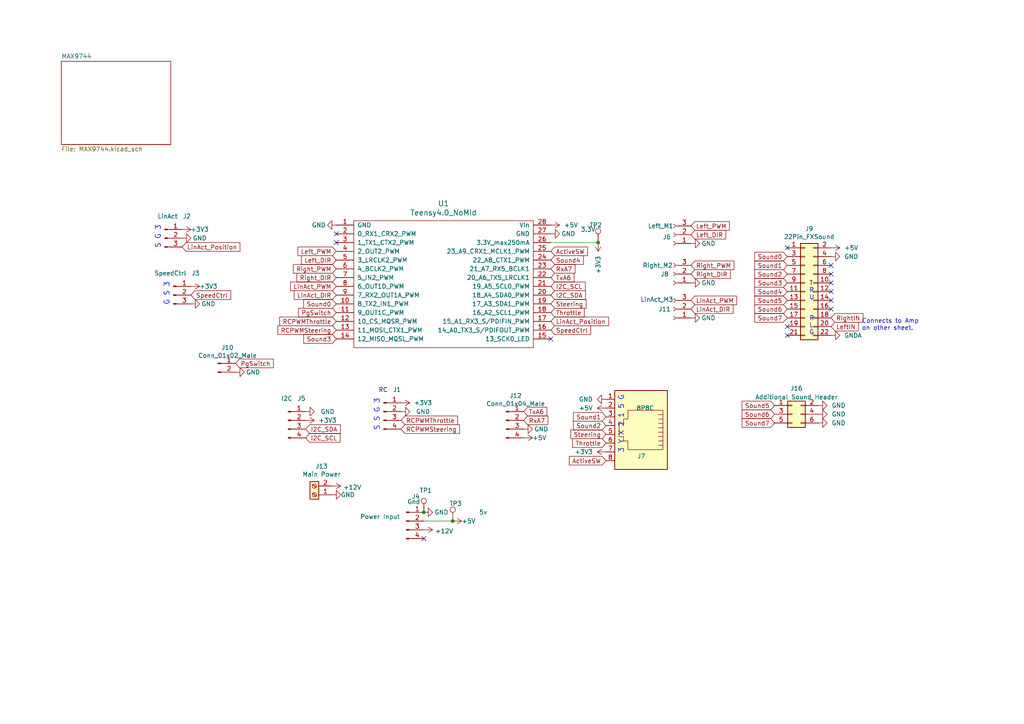
<source format=kicad_sch>
(kicad_sch (version 20211123) (generator eeschema)
  (paper "A4")
  (lib_symbols
    (symbol "Connector:8P8C" (pin_names (offset 1.016))
      (property "Reference" "J" (at -5.08 13.97 0))
      (property "Value" "8P8C" (at 2.54 13.97 0))
      (symbol "8P8C_0_1"
        (polyline (pts (xy -5.08 4.445) (xy -6.35 4.445)))
        (polyline (pts (xy -5.08 5.715) (xy -6.35 5.715)))
        (polyline (pts (xy -6.35 -3.175) (xy -5.08 -3.175) (xy -5.08 -3.175)))
        (polyline (pts (xy -6.35 -1.905) (xy -5.08 -1.905) (xy -5.08 -1.905)))
        (polyline (pts (xy -6.35 -0.635) (xy -5.08 -0.635) (xy -5.08 -0.635)))
        (polyline (pts (xy -6.35 0.635) (xy -5.08 0.635) (xy -5.08 0.635)))
        (polyline (pts (xy -6.35 1.905) (xy -5.08 1.905) (xy -5.08 1.905)))
        (polyline (pts (xy -5.08 3.175) (xy -6.35 3.175) (xy -6.35 3.175)))
        (polyline (pts (xy -6.35 -4.445) (xy -6.35 6.985) (xy 3.81 6.985) (xy 3.81 4.445) (xy 5.08 4.445) (xy 5.08 3.175) (xy 6.35 3.175) (xy 6.35 -0.635) (xy 5.08 -0.635) (xy 5.08 -1.905) (xy 3.81 -1.905) (xy 3.81 -4.445) (xy -6.35 -4.445) (xy -6.35 -4.445)))
        (rectangle (start 7.62 12.7) (end -7.62 -10.16) (stroke (width 0.254)) (fill (type background)))
      )
      (symbol "8P8C_1_1"
        (pin passive line (at 10.16 -7.62 180) (length 2.54) (name "~") (number "1"))
        (pin passive line (at 10.16 -5.08 180) (length 2.54) (name "~") (number "2"))
        (pin passive line (at 10.16 -2.54 180) (length 2.54) (name "~") (number "3"))
        (pin passive line (at 10.16 0 180) (length 2.54) (name "~") (number "4"))
        (pin passive line (at 10.16 2.54 180) (length 2.54) (name "~") (number "5"))
        (pin passive line (at 10.16 5.08 180) (length 2.54) (name "~") (number "6"))
        (pin passive line (at 10.16 7.62 180) (length 2.54) (name "~") (number "7"))
        (pin passive line (at 10.16 10.16 180) (length 2.54) (name "~") (number "8"))
      )
    )
    (symbol "Connector:Conn_01x02_Male" (pin_names (offset 1.016) hide)
      (property "Reference" "J" (at 0 2.54 0))
      (property "Value" "Conn_01x02_Male" (at 0 -5.08 0))
      (symbol "Conn_01x02_Male_1_1"
        (polyline (pts (xy 1.27 -2.54) (xy 0.8636 -2.54)) (stroke (width 0.1524)))
        (polyline (pts (xy 1.27 0) (xy 0.8636 0)) (stroke (width 0.1524)))
        (rectangle (start 0.8636 -2.413) (end 0 -2.667) (stroke (width 0.1524)) (fill (type outline)))
        (rectangle (start 0.8636 0.127) (end 0 -0.127) (stroke (width 0.1524)) (fill (type outline)))
        (pin passive line (at 5.08 0 180) (length 3.81) (name "Pin_1") (number "1"))
        (pin passive line (at 5.08 -2.54 180) (length 3.81) (name "Pin_2") (number "2"))
      )
    )
    (symbol "Connector:Conn_01x03_Female" (pin_names (offset 1.016) hide)
      (property "Reference" "J" (at 0 5.08 0))
      (property "Value" "Conn_01x03_Female" (at 0 -5.08 0))
      (symbol "Conn_01x03_Female_1_1"
        (arc (start 0 -2.032) (mid -0.508 -2.54) (end 0 -3.048) (stroke (width 0.1524)))
        (polyline (pts (xy -1.27 -2.54) (xy -0.508 -2.54)) (stroke (width 0.1524)))
        (polyline (pts (xy -1.27 0) (xy -0.508 0)) (stroke (width 0.1524)))
        (polyline (pts (xy -1.27 2.54) (xy -0.508 2.54)) (stroke (width 0.1524)))
        (arc (start 0 0.508) (mid -0.508 0) (end 0 -0.508) (stroke (width 0.1524)))
        (arc (start 0 3.048) (mid -0.508 2.54) (end 0 2.032) (stroke (width 0.1524)))
        (pin passive line (at -5.08 2.54 0) (length 3.81) (name "Pin_1") (number "1"))
        (pin passive line (at -5.08 0 0) (length 3.81) (name "Pin_2") (number "2"))
        (pin passive line (at -5.08 -2.54 0) (length 3.81) (name "Pin_3") (number "3"))
      )
    )
    (symbol "Connector:Conn_01x03_Male" (pin_names (offset 1.016) hide)
      (property "Reference" "J" (at 0 5.08 0))
      (property "Value" "Conn_01x03_Male" (at 0 -5.08 0))
      (symbol "Conn_01x03_Male_1_1"
        (polyline (pts (xy 1.27 -2.54) (xy 0.8636 -2.54)) (stroke (width 0.1524)))
        (polyline (pts (xy 1.27 0) (xy 0.8636 0)) (stroke (width 0.1524)))
        (polyline (pts (xy 1.27 2.54) (xy 0.8636 2.54)) (stroke (width 0.1524)))
        (rectangle (start 0.8636 -2.413) (end 0 -2.667) (stroke (width 0.1524)) (fill (type outline)))
        (rectangle (start 0.8636 0.127) (end 0 -0.127) (stroke (width 0.1524)) (fill (type outline)))
        (rectangle (start 0.8636 2.667) (end 0 2.413) (stroke (width 0.1524)) (fill (type outline)))
        (pin passive line (at 5.08 2.54 180) (length 3.81) (name "Pin_1") (number "1"))
        (pin passive line (at 5.08 0 180) (length 3.81) (name "Pin_2") (number "2"))
        (pin passive line (at 5.08 -2.54 180) (length 3.81) (name "Pin_3") (number "3"))
      )
    )
    (symbol "Connector:Conn_01x04_Male" (pin_names (offset 1.016) hide)
      (property "Reference" "J" (at 0 5.08 0))
      (property "Value" "Conn_01x04_Male" (at 0 -7.62 0))
      (symbol "Conn_01x04_Male_1_1"
        (polyline (pts (xy 1.27 -5.08) (xy 0.8636 -5.08)) (stroke (width 0.1524)))
        (polyline (pts (xy 1.27 -2.54) (xy 0.8636 -2.54)) (stroke (width 0.1524)))
        (polyline (pts (xy 1.27 0) (xy 0.8636 0)) (stroke (width 0.1524)))
        (polyline (pts (xy 1.27 2.54) (xy 0.8636 2.54)) (stroke (width 0.1524)))
        (rectangle (start 0.8636 -4.953) (end 0 -5.207) (stroke (width 0.1524)) (fill (type outline)))
        (rectangle (start 0.8636 -2.413) (end 0 -2.667) (stroke (width 0.1524)) (fill (type outline)))
        (rectangle (start 0.8636 0.127) (end 0 -0.127) (stroke (width 0.1524)) (fill (type outline)))
        (rectangle (start 0.8636 2.667) (end 0 2.413) (stroke (width 0.1524)) (fill (type outline)))
        (pin passive line (at 5.08 2.54 180) (length 3.81) (name "Pin_1") (number "1"))
        (pin passive line (at 5.08 0 180) (length 3.81) (name "Pin_2") (number "2"))
        (pin passive line (at 5.08 -2.54 180) (length 3.81) (name "Pin_3") (number "3"))
        (pin passive line (at 5.08 -5.08 180) (length 3.81) (name "Pin_4") (number "4"))
      )
    )
    (symbol "Connector:Screw_Terminal_01x02" (pin_names (offset 1.016) hide)
      (property "Reference" "J" (at 0 2.54 0))
      (property "Value" "Screw_Terminal_01x02" (at 0 -5.08 0))
      (symbol "Screw_Terminal_01x02_1_1"
        (rectangle (start -1.27 1.27) (end 1.27 -3.81) (stroke (width 0.254)) (fill (type background)))
        (circle (center 0 -2.54) (radius 0.635) (stroke (width 0.1524)))
        (polyline (pts (xy -0.5334 -2.2098) (xy 0.3302 -3.048)) (stroke (width 0.1524)))
        (polyline (pts (xy -0.5334 0.3302) (xy 0.3302 -0.508)) (stroke (width 0.1524)))
        (polyline (pts (xy -0.3556 -2.032) (xy 0.508 -2.8702)) (stroke (width 0.1524)))
        (polyline (pts (xy -0.3556 0.508) (xy 0.508 -0.3302)) (stroke (width 0.1524)))
        (circle (center 0 0) (radius 0.635) (stroke (width 0.1524)))
        (pin passive line (at -5.08 0 0) (length 3.81) (name "Pin_1") (number "1"))
        (pin passive line (at -5.08 -2.54 0) (length 3.81) (name "Pin_2") (number "2"))
      )
    )
    (symbol "Connector:TestPoint" (pin_numbers hide) (pin_names (offset 0.762) hide)
      (property "Reference" "TP" (at 0 6.858 0))
      (property "Value" "TestPoint" (at 0 5.08 0))
      (symbol "TestPoint_0_1"
        (circle (center 0 3.302) (radius 0.762))
      )
      (symbol "TestPoint_1_1"
        (pin passive line (at 0 0 90) (length 2.54) (name "1") (number "1"))
      )
    )
    (symbol "Connector_Generic:Conn_02x03_Odd_Even" (pin_names (offset 1.016) hide)
      (property "Reference" "J" (at 1.27 5.08 0))
      (property "Value" "Conn_02x03_Odd_Even" (at 1.27 -5.08 0))
      (symbol "Conn_02x03_Odd_Even_1_1"
        (rectangle (start -1.27 -2.413) (end 0 -2.667) (stroke (width 0.1524)))
        (rectangle (start -1.27 0.127) (end 0 -0.127) (stroke (width 0.1524)))
        (rectangle (start -1.27 2.667) (end 0 2.413) (stroke (width 0.1524)))
        (rectangle (start -1.27 3.81) (end 3.81 -3.81) (stroke (width 0.254)) (fill (type background)))
        (rectangle (start 3.81 -2.413) (end 2.54 -2.667) (stroke (width 0.1524)))
        (rectangle (start 3.81 0.127) (end 2.54 -0.127) (stroke (width 0.1524)))
        (rectangle (start 3.81 2.667) (end 2.54 2.413) (stroke (width 0.1524)))
        (pin passive line (at -5.08 2.54 0) (length 3.81) (name "Pin_1") (number "1"))
        (pin passive line (at 7.62 2.54 180) (length 3.81) (name "Pin_2") (number "2"))
        (pin passive line (at -5.08 0 0) (length 3.81) (name "Pin_3") (number "3"))
        (pin passive line (at 7.62 0 180) (length 3.81) (name "Pin_4") (number "4"))
        (pin passive line (at -5.08 -2.54 0) (length 3.81) (name "Pin_5") (number "5"))
        (pin passive line (at 7.62 -2.54 180) (length 3.81) (name "Pin_6") (number "6"))
      )
    )
    (symbol "Connector_Generic:Conn_02x11_Odd_Even" (pin_names (offset 1.016) hide)
      (property "Reference" "J" (at 1.27 15.24 0))
      (property "Value" "Conn_02x11_Odd_Even" (at 1.27 -15.24 0))
      (symbol "Conn_02x11_Odd_Even_1_1"
        (rectangle (start -1.27 -12.573) (end 0 -12.827) (stroke (width 0.1524)))
        (rectangle (start -1.27 -10.033) (end 0 -10.287) (stroke (width 0.1524)))
        (rectangle (start -1.27 -7.493) (end 0 -7.747) (stroke (width 0.1524)))
        (rectangle (start -1.27 -4.953) (end 0 -5.207) (stroke (width 0.1524)))
        (rectangle (start -1.27 -2.413) (end 0 -2.667) (stroke (width 0.1524)))
        (rectangle (start -1.27 0.127) (end 0 -0.127) (stroke (width 0.1524)))
        (rectangle (start -1.27 2.667) (end 0 2.413) (stroke (width 0.1524)))
        (rectangle (start -1.27 5.207) (end 0 4.953) (stroke (width 0.1524)))
        (rectangle (start -1.27 7.747) (end 0 7.493) (stroke (width 0.1524)))
        (rectangle (start -1.27 10.287) (end 0 10.033) (stroke (width 0.1524)))
        (rectangle (start -1.27 12.827) (end 0 12.573) (stroke (width 0.1524)))
        (rectangle (start -1.27 13.97) (end 3.81 -13.97) (stroke (width 0.254)) (fill (type background)))
        (rectangle (start 3.81 -12.573) (end 2.54 -12.827) (stroke (width 0.1524)))
        (rectangle (start 3.81 -10.033) (end 2.54 -10.287) (stroke (width 0.1524)))
        (rectangle (start 3.81 -7.493) (end 2.54 -7.747) (stroke (width 0.1524)))
        (rectangle (start 3.81 -4.953) (end 2.54 -5.207) (stroke (width 0.1524)))
        (rectangle (start 3.81 -2.413) (end 2.54 -2.667) (stroke (width 0.1524)))
        (rectangle (start 3.81 0.127) (end 2.54 -0.127) (stroke (width 0.1524)))
        (rectangle (start 3.81 2.667) (end 2.54 2.413) (stroke (width 0.1524)))
        (rectangle (start 3.81 5.207) (end 2.54 4.953) (stroke (width 0.1524)))
        (rectangle (start 3.81 7.747) (end 2.54 7.493) (stroke (width 0.1524)))
        (rectangle (start 3.81 10.287) (end 2.54 10.033) (stroke (width 0.1524)))
        (rectangle (start 3.81 12.827) (end 2.54 12.573) (stroke (width 0.1524)))
        (pin passive line (at -5.08 12.7 0) (length 3.81) (name "Pin_1") (number "1"))
        (pin passive line (at 7.62 2.54 180) (length 3.81) (name "Pin_10") (number "10"))
        (pin passive line (at -5.08 0 0) (length 3.81) (name "Pin_11") (number "11"))
        (pin passive line (at 7.62 0 180) (length 3.81) (name "Pin_12") (number "12"))
        (pin passive line (at -5.08 -2.54 0) (length 3.81) (name "Pin_13") (number "13"))
        (pin passive line (at 7.62 -2.54 180) (length 3.81) (name "Pin_14") (number "14"))
        (pin passive line (at -5.08 -5.08 0) (length 3.81) (name "Pin_15") (number "15"))
        (pin passive line (at 7.62 -5.08 180) (length 3.81) (name "Pin_16") (number "16"))
        (pin passive line (at -5.08 -7.62 0) (length 3.81) (name "Pin_17") (number "17"))
        (pin passive line (at 7.62 -7.62 180) (length 3.81) (name "Pin_18") (number "18"))
        (pin passive line (at -5.08 -10.16 0) (length 3.81) (name "Pin_19") (number "19"))
        (pin passive line (at 7.62 12.7 180) (length 3.81) (name "Pin_2") (number "2"))
        (pin passive line (at 7.62 -10.16 180) (length 3.81) (name "Pin_20") (number "20"))
        (pin passive line (at -5.08 -12.7 0) (length 3.81) (name "Pin_21") (number "21"))
        (pin passive line (at 7.62 -12.7 180) (length 3.81) (name "Pin_22") (number "22"))
        (pin passive line (at -5.08 10.16 0) (length 3.81) (name "Pin_3") (number "3"))
        (pin passive line (at 7.62 10.16 180) (length 3.81) (name "Pin_4") (number "4"))
        (pin passive line (at -5.08 7.62 0) (length 3.81) (name "Pin_5") (number "5"))
        (pin passive line (at 7.62 7.62 180) (length 3.81) (name "Pin_6") (number "6"))
        (pin passive line (at -5.08 5.08 0) (length 3.81) (name "Pin_7") (number "7"))
        (pin passive line (at 7.62 5.08 180) (length 3.81) (name "Pin_8") (number "8"))
        (pin passive line (at -5.08 2.54 0) (length 3.81) (name "Pin_9") (number "9"))
      )
    )
    (symbol "ControlBoardT4_22PinSound_PowerAmp-rescue:+3.3V-power" (power) (pin_names (offset 0))
      (property "Value" "+3.3V-power" (at 0 3.556 0))
      (symbol "+3.3V-power_0_1"
        (polyline (pts (xy -0.762 1.27) (xy 0 2.54)))
        (polyline (pts (xy 0 0) (xy 0 2.54)))
        (polyline (pts (xy 0 2.54) (xy 0.762 1.27)))
      )
      (symbol "+3.3V-power_1_1"
        (pin power_in line (at 0 0 90) (length 0) hide (name "+3V3") (number "1"))
      )
    )
    (symbol "UsefulModifications:Teensy4.0_NoMid" (pin_names (offset 1.016))
      (property "Reference" "U" (at -1.27 20.32 0))
      (property "Value" "Teensy4.0_NoMid" (at 0 -21.59 0))
      (symbol "Teensy4.0_NoMid_0_1"
        (rectangle (start -25.4 17.78) (end 26.67 -19.05))
      )
      (symbol "Teensy4.0_NoMid_1_1"
        (pin power_in line (at -30.48 16.51 0) (length 5.08) (name "GND") (number "1"))
        (pin bidirectional line (at -30.48 -6.35 0) (length 5.08) (name "8_TX2_IN1_PWM") (number "10"))
        (pin bidirectional line (at -30.48 -8.89 0) (length 5.08) (name "9_OUT1C_PWM") (number "11"))
        (pin bidirectional line (at -30.48 -11.43 0) (length 5.08) (name "10_CS_MQSR_PWM") (number "12"))
        (pin bidirectional line (at -30.48 -13.97 0) (length 5.08) (name "11_MOSI_CTX1_PWM") (number "13"))
        (pin bidirectional line (at -30.48 -16.51 0) (length 5.08) (name "12_MISO_MQSL_PWM") (number "14"))
        (pin bidirectional line (at 31.75 -16.51 180) (length 5.08) (name "13_SCK0_LED") (number "15"))
        (pin bidirectional line (at 31.75 -13.97 180) (length 5.08) (name "14_A0_TX3_S/PDIFOUT_PWM") (number "16"))
        (pin bidirectional line (at 31.75 -11.43 180) (length 5.08) (name "15_A1_RX3_S/PDIFIN_PWM") (number "17"))
        (pin bidirectional line (at 31.75 -8.89 180) (length 5.08) (name "16_A2_SCL1_PWM") (number "18"))
        (pin bidirectional line (at 31.75 -6.35 180) (length 5.08) (name "17_A3_SDA1_PWM") (number "19"))
        (pin bidirectional line (at -30.48 13.97 0) (length 5.08) (name "0_RX1_CRX2_PWM") (number "2"))
        (pin bidirectional line (at 31.75 -3.81 180) (length 5.08) (name "18_A4_SDA0_PWM") (number "20"))
        (pin bidirectional line (at 31.75 -1.27 180) (length 5.08) (name "19_A5_SCL0_PWM") (number "21"))
        (pin bidirectional line (at 31.75 1.27 180) (length 5.08) (name "20_A6_TX5_LRCLK1") (number "22"))
        (pin bidirectional line (at 31.75 3.81 180) (length 5.08) (name "21_A7_RX5_BCLK1") (number "23"))
        (pin bidirectional line (at 31.75 6.35 180) (length 5.08) (name "22_A8_CTX1_PWM") (number "24"))
        (pin bidirectional line (at 31.75 8.89 180) (length 5.08) (name "23_A9_CRX1_MCLK1_PWM") (number "25"))
        (pin power_out line (at 31.75 11.43 180) (length 5.08) (name "3.3V_max250mA") (number "26"))
        (pin power_out line (at 31.75 13.97 180) (length 5.08) (name "GND") (number "27"))
        (pin power_in line (at 31.75 16.51 180) (length 5.08) (name "Vin") (number "28"))
        (pin bidirectional line (at -30.48 11.43 0) (length 5.08) (name "1_TX1_CTX2_PWM") (number "3"))
        (pin bidirectional line (at -30.48 8.89 0) (length 5.08) (name "2_OUT2_PWM") (number "4"))
        (pin bidirectional line (at -30.48 6.35 0) (length 5.08) (name "3_LRCLK2_PWM") (number "5"))
        (pin bidirectional line (at -30.48 3.81 0) (length 5.08) (name "4_BCLK2_PWM") (number "6"))
        (pin bidirectional line (at -30.48 1.27 0) (length 5.08) (name "5_IN2_PWM") (number "7"))
        (pin bidirectional line (at -30.48 -1.27 0) (length 5.08) (name "6_OUT1D_PWM") (number "8"))
        (pin bidirectional line (at -30.48 -3.81 0) (length 5.08) (name "7_RX2_OUT1A_PWM") (number "9"))
      )
    )
    (symbol "power:+12V" (power) (pin_names (offset 0))
      (property "Value" "+12V" (at 0 3.556 0))
      (symbol "+12V_0_1"
        (polyline (pts (xy -0.762 1.27) (xy 0 2.54)))
        (polyline (pts (xy 0 0) (xy 0 2.54)))
        (polyline (pts (xy 0 2.54) (xy 0.762 1.27)))
      )
      (symbol "+12V_1_1"
        (pin power_in line (at 0 0 90) (length 0) hide (name "+12V") (number "1"))
      )
    )
    (symbol "power:+5V" (power) (pin_names (offset 0))
      (property "Value" "+5V" (at 0 3.556 0))
      (symbol "+5V_0_1"
        (polyline (pts (xy -0.762 1.27) (xy 0 2.54)))
        (polyline (pts (xy 0 0) (xy 0 2.54)))
        (polyline (pts (xy 0 2.54) (xy 0.762 1.27)))
      )
      (symbol "+5V_1_1"
        (pin power_in line (at 0 0 90) (length 0) hide (name "+5V") (number "1"))
      )
    )
    (symbol "power:GND" (power) (pin_names (offset 0))
      (property "Value" "GND" (at 0 -3.81 0))
      (symbol "GND_0_1"
        (polyline (pts (xy 0 0) (xy 0 -1.27) (xy 1.27 -1.27) (xy 0 -2.54) (xy -1.27 -1.27) (xy 0 -1.27)))
      )
      (symbol "GND_1_1"
        (pin power_in line (at 0 0 270) (length 0) hide (name "GND") (number "1"))
      )
    )
    (symbol "power:GNDA" (power) (pin_names (offset 0))
      (property "Value" "GNDA" (at 0 -3.81 0))
      (symbol "GNDA_0_1"
        (polyline (pts (xy 0 0) (xy 0 -1.27) (xy 1.27 -1.27) (xy 0 -2.54) (xy -1.27 -1.27) (xy 0 -1.27)))
      )
      (symbol "GNDA_1_1"
        (pin power_in line (at 0 0 270) (length 0) hide (name "GNDA") (number "1"))
      )
    )
  )
  (junction (at 131.318 151.13))
  (junction (at 122.936 148.59))
  (junction (at 173.482 70.358))
  (no_connect (at 228.346 97.282))
  (no_connect (at 241.046 89.662))
  (no_connect (at 241.046 76.962))
  (no_connect (at 241.046 87.122))
  (no_connect (at 122.936 156.21))
  (no_connect (at 241.046 84.582))
  (no_connect (at 97.536 70.358))
  (no_connect (at 228.346 94.742))
  (no_connect (at 241.046 82.042))
  (no_connect (at 228.346 71.882))
  (no_connect (at 97.536 67.818))
  (no_connect (at 159.766 98.298))
  (no_connect (at 241.046 79.502))
  (wire (pts (xy 173.482 70.358) (xy 159.766 70.358)))
  (wire (pts (xy 122.936 151.13) (xy 131.318 151.13)))
  (text "G S 3" (at 49.2506 81.788 270) (effects (font (size 1.4986 1.4986)) (justify right bottom)))
  (text "Connects to Amp\non other sheet." (at 249.936 96.012 0) (effects (font (size 1.27 1.27)) (justify left bottom)))
  (text "S S G 3\n" (at 110.2106 115.57 270) (effects (font (size 1.4986 1.4986)) (justify right bottom)))
  (text "3 Y X 2 1 5 G" (at 181.0766 114.554 270) (effects (font (size 1.4986 1.4986)) (justify right bottom)))
  (text "R\nL\nG" (at 234.696 97.282 0) (effects (font (size 1.27 1.27)) (justify left bottom)))
  (text "S G 3" (at 46.7106 65.278 270) (effects (font (size 1.4986 1.4986)) (justify right bottom)))
  (text "T\nR\nU" (at 234.696 87.122 0) (effects (font (size 1.27 1.27)) (justify left bottom)))
  (global_label "ActiveSW" (shape input) (at 159.766 72.898 0) (property "Intersheet References" "${INTERSHEET_REFS}" (effects hide)))
  (global_label "LinAct_Position" (shape input) (at 159.766 93.218 0) (property "Intersheet References" "${INTERSHEET_REFS}" (effects hide)))
  (global_label "Sound7" (shape input) (at 228.346 92.202 180) (property "Intersheet References" "${INTERSHEET_REFS}" (effects hide)))
  (global_label "Right_PWM" (shape input) (at 200.406 76.962 0) (property "Intersheet References" "${INTERSHEET_REFS}" (effects hide)))
  (global_label "Sound4" (shape input) (at 228.346 84.582 180) (property "Intersheet References" "${INTERSHEET_REFS}" (effects hide)))
  (global_label "Sound5" (shape input) (at 228.346 87.122 180) (property "Intersheet References" "${INTERSHEET_REFS}" (effects hide)))
  (global_label "RCPWMSteering" (shape input) (at 116.332 124.46 0) (property "Intersheet References" "${INTERSHEET_REFS}" (effects hide)))
  (global_label "Sound3" (shape input) (at 228.346 82.042 180) (property "Intersheet References" "${INTERSHEET_REFS}" (effects hide)))
  (global_label "PgSwitch" (shape input) (at 68.326 105.41 0) (property "Intersheet References" "${INTERSHEET_REFS}" (effects hide)))
  (global_label "Sound6" (shape input) (at 224.663 120.142 180) (property "Intersheet References" "${INTERSHEET_REFS}" (effects hide)))
  (global_label "Left_PWM" (shape input) (at 200.406 65.532 0) (property "Intersheet References" "${INTERSHEET_REFS}" (effects hide)))
  (global_label "I2C_SDA" (shape input) (at 159.766 85.598 0) (property "Intersheet References" "${INTERSHEET_REFS}" (effects hide)))
  (global_label "LeftIN" (shape input) (at 241.046 94.742 0) (property "Intersheet References" "${INTERSHEET_REFS}" (effects hide)))
  (global_label "TxA6" (shape input) (at 159.766 80.518 0) (property "Intersheet References" "${INTERSHEET_REFS}" (effects hide)))
  (global_label "Throttle" (shape input) (at 159.766 90.678 0) (property "Intersheet References" "${INTERSHEET_REFS}" (effects hide)))
  (global_label "RightIN" (shape input) (at 241.046 92.202 0) (property "Intersheet References" "${INTERSHEET_REFS}" (effects hide)))
  (global_label "Right_PWM" (shape input) (at 97.536 77.978 180) (property "Intersheet References" "${INTERSHEET_REFS}" (effects hide)))
  (global_label "RCPWMThrottle" (shape input) (at 97.536 93.218 180) (property "Intersheet References" "${INTERSHEET_REFS}" (effects hide)))
  (global_label "Sound1" (shape input) (at 175.768 120.904 180) (property "Intersheet References" "${INTERSHEET_REFS}" (effects hide)))
  (global_label "LinAct_Position" (shape input) (at 52.832 71.628 0) (property "Intersheet References" "${INTERSHEET_REFS}" (effects hide)))
  (global_label "LinAct_DIR" (shape input) (at 200.406 89.662 0) (property "Intersheet References" "${INTERSHEET_REFS}" (effects hide)))
  (global_label "PgSwitch" (shape input) (at 97.536 90.678 180) (property "Intersheet References" "${INTERSHEET_REFS}" (effects hide)))
  (global_label "Left_DIR" (shape input) (at 200.406 68.072 0) (property "Intersheet References" "${INTERSHEET_REFS}" (effects hide)))
  (global_label "LinAct_PWM" (shape input) (at 97.536 83.058 180) (property "Intersheet References" "${INTERSHEET_REFS}" (effects hide)))
  (global_label "Sound5" (shape input) (at 224.663 117.602 180) (property "Intersheet References" "${INTERSHEET_REFS}" (effects hide)))
  (global_label "Sound2" (shape input) (at 228.346 79.502 180) (property "Intersheet References" "${INTERSHEET_REFS}" (effects hide)))
  (global_label "Sound4" (shape input) (at 159.766 75.438 0) (property "Intersheet References" "${INTERSHEET_REFS}" (effects hide)))
  (global_label "RxA7" (shape input) (at 159.766 77.978 0) (property "Intersheet References" "${INTERSHEET_REFS}" (effects hide)))
  (global_label "RCPWMSteering" (shape input) (at 97.536 95.758 180) (property "Intersheet References" "${INTERSHEET_REFS}" (effects hide)))
  (global_label "Steering" (shape input) (at 159.766 88.138 0) (property "Intersheet References" "${INTERSHEET_REFS}" (effects hide)))
  (global_label "ActiveSW" (shape input) (at 175.768 133.604 180) (property "Intersheet References" "${INTERSHEET_REFS}" (effects hide)))
  (global_label "I2C_SCL" (shape input) (at 88.646 127 0) (property "Intersheet References" "${INTERSHEET_REFS}" (effects hide)))
  (global_label "SpeedCtrl" (shape input) (at 55.372 85.598 0) (property "Intersheet References" "${INTERSHEET_REFS}" (effects hide)))
  (global_label "Right_DIR" (shape input) (at 97.536 80.518 180) (property "Intersheet References" "${INTERSHEET_REFS}" (effects hide)))
  (global_label "Sound0" (shape input) (at 97.536 88.138 180) (property "Intersheet References" "${INTERSHEET_REFS}" (effects hide)))
  (global_label "Sound6" (shape input) (at 228.346 89.662 180) (property "Intersheet References" "${INTERSHEET_REFS}" (effects hide)))
  (global_label "Sound1" (shape input) (at 228.346 76.962 180) (property "Intersheet References" "${INTERSHEET_REFS}" (effects hide)))
  (global_label "Steering" (shape input) (at 175.768 125.984 180) (property "Intersheet References" "${INTERSHEET_REFS}" (effects hide)))
  (global_label "TxA6" (shape input) (at 151.892 119.38 0) (property "Intersheet References" "${INTERSHEET_REFS}" (effects hide)))
  (global_label "Left_DIR" (shape input) (at 97.536 75.438 180) (property "Intersheet References" "${INTERSHEET_REFS}" (effects hide)))
  (global_label "SpeedCtrl" (shape input) (at 159.766 95.758 0) (property "Intersheet References" "${INTERSHEET_REFS}" (effects hide)))
  (global_label "LinAct_DIR" (shape input) (at 97.536 85.598 180) (property "Intersheet References" "${INTERSHEET_REFS}" (effects hide)))
  (global_label "RCPWMThrottle" (shape input) (at 116.332 121.92 0) (property "Intersheet References" "${INTERSHEET_REFS}" (effects hide)))
  (global_label "Left_PWM" (shape input) (at 97.536 72.898 180) (property "Intersheet References" "${INTERSHEET_REFS}" (effects hide)))
  (global_label "I2C_SDA" (shape input) (at 88.646 124.46 0) (property "Intersheet References" "${INTERSHEET_REFS}" (effects hide)))
  (global_label "Sound3" (shape input) (at 97.536 98.298 180) (property "Intersheet References" "${INTERSHEET_REFS}" (effects hide)))
  (global_label "Sound2" (shape input) (at 175.768 123.444 180) (property "Intersheet References" "${INTERSHEET_REFS}" (effects hide)))
  (global_label "I2C_SCL" (shape input) (at 159.766 83.058 0) (property "Intersheet References" "${INTERSHEET_REFS}" (effects hide)))
  (global_label "Right_DIR" (shape input) (at 200.406 79.502 0) (property "Intersheet References" "${INTERSHEET_REFS}" (effects hide)))
  (global_label "Sound7" (shape input) (at 224.663 122.682 180) (property "Intersheet References" "${INTERSHEET_REFS}" (effects hide)))
  (global_label "LinAct_PWM" (shape input) (at 200.406 87.122 0) (property "Intersheet References" "${INTERSHEET_REFS}" (effects hide)))
  (global_label "Throttle" (shape input) (at 175.768 128.524 180) (property "Intersheet References" "${INTERSHEET_REFS}" (effects hide)))
  (global_label "Sound0" (shape input) (at 228.346 74.422 180) (property "Intersheet References" "${INTERSHEET_REFS}" (effects hide)))
  (global_label "RxA7" (shape input) (at 151.892 121.92 0) (property "Intersheet References" "${INTERSHEET_REFS}" (effects hide)))
  (symbol (lib_id "Connector:Conn_01x04_Male") (at 111.252 119.38 0) (unit 1)
    (property "Reference" "J1" (at 116.332 113.03 0) (effects (justify right)))
    (property "Value" "RC" (at 112.522 113.03 0) (effects (justify right)))
    (property "Footprint" "Useful Modifications:JST_XH_B4B-XH-A_1x04_P2.54mm_Vertical" (effects hide))
  )
  (symbol (lib_id "Connector:Conn_01x03_Male") (at 47.752 69.088 0) (unit 1)
    (property "Reference" "J2" (at 55.372 62.738 0) (effects (justify right)))
    (property "Value" "LinAct" (at 51.562 62.738 0) (effects (justify right)))
    (property "Footprint" "Useful Modifications:JST_XH_B3B-XH-A_1x03_P2.54mm_Vertical" (effects hide))
  )
  (symbol (lib_id "Connector:8P8C") (at 185.928 123.444 180) (unit 1)
    (property "Reference" "J7" (at 187.198 132.334 0) (effects (justify left)))
    (property "Value" "8P8C" (at 189.738 118.364 0) (effects (justify left)))
    (property "Footprint" "Useful Modifications:RJ45_x08_Tab_Up" (effects hide))
  )
  (symbol (lib_id "power:+5V") (at 159.766 65.278 270) (unit 1)
    (property "Reference" "#PWR026" (effects hide))
    (property "Value" "+5V" (at 163.576 65.278 90) (effects (justify left)))
  )
  (symbol (lib_id "power:+5V") (at 241.046 71.882 270) (unit 1)
    (property "Reference" "#PWR033" (effects hide))
    (property "Value" "+5V" (at 244.856 71.882 90) (effects (justify left)))
  )
  (symbol (lib_id "power:+5V") (at 175.768 118.364 90) (unit 1)
    (property "Reference" "#PWR029" (effects hide))
    (property "Value" "+5V" (at 171.958 118.364 90) (effects (justify left)))
  )
  (symbol (lib_id "ControlBoardT4_22PinSound_PowerAmp-rescue:+3.3V-power") (at 173.482 70.358 180) (unit 1)
    (property "Reference" "#PWR027" (effects hide))
    (property "Value" "+3.3V" (at 173.482 74.168 90) (effects (justify left)))
  )
  (symbol (lib_id "power:GND") (at 200.406 70.612 90) (unit 1)
    (property "Reference" "#PWR012" (effects hide))
    (property "Value" "GND" (at 205.486 70.612 90))
  )
  (symbol (lib_id "power:GND") (at 200.406 82.042 90) (unit 1)
    (property "Reference" "#PWR013" (effects hide))
    (property "Value" "GND" (at 205.486 82.042 90))
  )
  (symbol (lib_id "power:GND") (at 116.332 119.38 90) (unit 1)
    (property "Reference" "#PWR014" (effects hide))
    (property "Value" "GND" (at 122.682 119.38 90))
  )
  (symbol (lib_id "power:GND") (at 52.832 69.088 90) (unit 1)
    (property "Reference" "#PWR015" (effects hide))
    (property "Value" "GND" (at 57.912 69.088 90))
  )
  (symbol (lib_id "ControlBoardT4_22PinSound_PowerAmp-rescue:+3.3V-power") (at 116.332 116.84 270) (unit 1)
    (property "Reference" "#PWR03" (effects hide))
    (property "Value" "+3.3V" (at 122.682 116.84 90))
  )
  (symbol (lib_id "ControlBoardT4_22PinSound_PowerAmp-rescue:+3.3V-power") (at 52.832 66.548 270) (unit 1)
    (property "Reference" "#PWR04" (effects hide))
    (property "Value" "+3.3V" (at 57.912 66.548 90))
  )
  (symbol (lib_id "ControlBoardT4_22PinSound_PowerAmp-rescue:+3.3V-power") (at 175.768 131.064 90) (unit 1)
    (property "Reference" "#PWR030" (effects hide))
    (property "Value" "+3.3V" (at 171.958 131.064 90) (effects (justify left)))
  )
  (symbol (lib_id "power:GND") (at 241.046 74.422 90) (unit 1)
    (property "Reference" "#PWR034" (effects hide))
    (property "Value" "GND" (at 244.856 74.422 90) (effects (justify right)))
  )
  (symbol (lib_id "power:GND") (at 175.768 115.824 270) (unit 1)
    (property "Reference" "#PWR028" (effects hide))
    (property "Value" "GND" (at 171.958 115.824 90) (effects (justify right)))
  )
  (symbol (lib_id "power:+12V") (at 122.936 153.67 270) (unit 1)
    (property "Reference" "#PWR0101" (effects hide))
    (property "Value" "+12V" (at 126.1872 154.051 90) (effects (justify left)))
  )
  (symbol (lib_id "power:GND") (at 122.936 148.59 90) (unit 1)
    (property "Reference" "#PWR0103" (effects hide))
    (property "Value" "GND" (at 125.984 148.59 90) (effects (justify right)))
  )
  (symbol (lib_id "power:+5V") (at 131.318 151.13 270) (unit 1)
    (property "Reference" "#PWR0104" (effects hide))
    (property "Value" "+5V" (at 133.858 151.13 90) (effects (justify left)))
  )
  (symbol (lib_id "Connector:TestPoint") (at 122.936 148.59 0) (unit 1)
    (property "Reference" "TP1" (at 121.666 142.24 0) (effects (justify left)))
    (property "Value" "Gnd" (at 118.11 145.542 0) (effects (justify left)))
    (property "Footprint" "TestPoint:TestPoint_Pad_1.5x1.5mm" (effects hide))
  )
  (symbol (lib_id "Connector:Screw_Terminal_01x02") (at 91.186 143.51 180) (unit 1)
    (property "Reference" "J13" (at 93.2688 135.255 0))
    (property "Value" "Main Power" (at 93.2688 137.5664 0))
    (property "Footprint" "Useful Modifications:TerminalBlock_bornier-2_P5.08mm" (effects hide))
  )
  (symbol (lib_id "power:+12V") (at 96.266 140.97 270) (unit 1)
    (property "Reference" "#PWR024" (effects hide))
    (property "Value" "+12V" (at 99.5172 141.351 90) (effects (justify left)))
  )
  (symbol (lib_id "power:GNDA") (at 241.046 97.282 90) (unit 1)
    (property "Reference" "#PWR019" (effects hide))
    (property "Value" "GNDA" (at 247.396 97.282 90))
  )
  (symbol (lib_id "power:GND") (at 96.266 143.51 90) (unit 1)
    (property "Reference" "#PWR0107" (effects hide))
    (property "Value" "GND" (at 98.806 143.51 90) (effects (justify right)))
  )
  (symbol (lib_id "Connector_Generic:Conn_02x11_Odd_Even") (at 233.426 84.582 0) (unit 1)
    (property "Reference" "J9" (at 234.696 66.3702 0))
    (property "Value" "22Pin_FXSound" (at 234.696 68.6816 0))
    (property "Footprint" "Useful Modifications:FXSound_2x11_P2.54mm_Short" (effects hide))
  )
  (symbol (lib_id "power:GND") (at 55.372 88.138 90) (unit 1)
    (property "Reference" "#PWR02" (effects hide))
    (property "Value" "GND" (at 60.452 88.138 90))
  )
  (symbol (lib_id "ControlBoardT4_22PinSound_PowerAmp-rescue:+3.3V-power") (at 55.372 83.058 270) (unit 1)
    (property "Reference" "#PWR01" (effects hide))
    (property "Value" "+3.3V" (at 60.452 83.058 90))
  )
  (symbol (lib_id "Connector:Conn_01x03_Male") (at 50.292 85.598 0) (unit 1)
    (property "Reference" "J3" (at 57.912 79.248 0) (effects (justify right)))
    (property "Value" "SpeedCtrl" (at 54.102 79.248 0) (effects (justify right)))
    (property "Footprint" "Useful Modifications:JST_XH_B3B-XH-A_1x03_P2.54mm_Vertical" (effects hide))
  )
  (symbol (lib_id "Connector:Conn_01x03_Female") (at 195.326 68.072 180) (unit 1)
    (property "Reference" "J6" (at 194.6148 68.7324 0) (effects (justify left)))
    (property "Value" "Left_M1" (at 195.326 65.532 0) (effects (justify left)))
    (property "Footprint" "Connector_PinHeader_2.54mm:PinHeader_1x03_P2.54mm_Vertical" (effects hide))
  )
  (symbol (lib_id "power:GND") (at 200.406 92.202 90) (unit 1)
    (property "Reference" "#PWR010" (effects hide))
    (property "Value" "GND" (at 205.486 92.202 90))
  )
  (symbol (lib_id "Connector:Conn_01x03_Female") (at 195.326 79.502 180) (unit 1)
    (property "Reference" "J8" (at 192.786 79.502 0))
    (property "Value" "Right_M2" (at 190.754 76.962 0))
    (property "Footprint" "Connector_PinHeader_2.54mm:PinHeader_1x03_P2.54mm_Vertical" (effects hide))
  )
  (symbol (lib_id "Connector:Conn_01x03_Female") (at 195.326 89.662 180) (unit 1)
    (property "Reference" "J11" (at 192.786 89.662 0))
    (property "Value" "LinAct_M3" (at 190.5 86.868 0))
    (property "Footprint" "Connector_PinHeader_2.54mm:PinHeader_1x03_P2.54mm_Vertical" (effects hide))
  )
  (symbol (lib_id "Connector:TestPoint") (at 173.482 70.358 0) (unit 1)
    (property "Reference" "TP2" (at 170.942 65.278 0) (effects (justify left)))
    (property "Value" "3.3V" (at 168.402 66.548 0) (effects (justify left)))
    (property "Footprint" "TestPoint:TestPoint_Pad_1.5x1.5mm" (effects hide))
  )
  (symbol (lib_id "power:GND") (at 159.766 67.818 90) (unit 1)
    (property "Reference" "#PWR07" (effects hide))
    (property "Value" "GND" (at 164.846 67.818 90))
  )
  (symbol (lib_id "Connector:Conn_01x04_Male") (at 83.566 121.92 0) (unit 1)
    (property "Reference" "J5" (at 88.646 115.57 0) (effects (justify right)))
    (property "Value" "I2C" (at 84.836 115.57 0) (effects (justify right)))
    (property "Footprint" "Connector_PinHeader_2.54mm:PinHeader_1x04_P2.54mm_Vertical" (effects hide))
  )
  (symbol (lib_id "power:GND") (at 88.646 119.38 90) (unit 1)
    (property "Reference" "#PWR08" (effects hide))
    (property "Value" "GND" (at 94.996 119.38 90))
  )
  (symbol (lib_id "ControlBoardT4_22PinSound_PowerAmp-rescue:+3.3V-power") (at 88.646 121.92 270) (unit 1)
    (property "Reference" "#PWR09" (effects hide))
    (property "Value" "+3.3V" (at 94.996 121.92 90))
  )
  (symbol (lib_id "Connector:Conn_01x04_Male") (at 117.856 151.13 0) (unit 1)
    (property "Reference" "J4" (at 120.5992 143.9926 0))
    (property "Value" "Power Input" (at 110.236 149.86 0))
    (property "Footprint" "Connector_PinHeader_2.54mm:PinHeader_1x04_P2.54mm_Horizontal" (effects hide))
  )
  (symbol (lib_id "Connector:TestPoint") (at 131.318 151.13 0) (unit 1)
    (property "Reference" "TP3" (at 130.302 146.05 0) (effects (justify left)))
    (property "Value" "5v" (at 138.938 148.59 0) (effects (justify left)))
    (property "Footprint" "TestPoint:TestPoint_Pad_1.5x1.5mm" (effects hide))
  )
  (symbol (lib_id "UsefulModifications:Teensy4.0_NoMid") (at 128.016 81.788 0) (unit 1)
    (property "Reference" "U1" (at 128.651 59.0042 0) (effects (font (size 1.524 1.524))))
    (property "Value" "Teensy4.0_NoMid" (at 128.651 61.6966 0) (effects (font (size 1.524 1.524))))
    (property "Footprint" "Useful Modifications:Teensy40_NoMid" (effects hide))
  )
  (symbol (lib_id "Connector:Conn_01x04_Male") (at 146.812 121.92 0) (unit 1)
    (property "Reference" "J12" (at 149.5552 114.7826 0))
    (property "Value" "Conn_01x04_Male" (at 149.5552 117.094 0))
    (property "Footprint" "Connector_PinHeader_2.54mm:PinHeader_1x04_P2.54mm_Vertical" (effects hide))
  )
  (symbol (lib_id "Connector:Conn_01x02_Male") (at 63.246 105.41 0) (unit 1)
    (property "Reference" "J10" (at 65.9892 100.8126 0))
    (property "Value" "Conn_01x02_Male" (at 65.9892 103.124 0))
    (property "Footprint" "Connector_PinHeader_2.54mm:PinHeader_1x02_P2.54mm_Vertical" (effects hide))
  )
  (symbol (lib_id "power:GND") (at 68.326 107.95 90) (unit 1)
    (property "Reference" "#PWR06" (effects hide))
    (property "Value" "GND" (at 73.406 107.95 90))
  )
  (symbol (lib_id "power:+5V") (at 151.892 127 270) (unit 1)
    (property "Reference" "#PWR016" (effects hide))
    (property "Value" "+5V" (at 154.432 127 90) (effects (justify left)))
  )
  (symbol (lib_id "power:GND") (at 151.892 124.46 90) (unit 1)
    (property "Reference" "#PWR011" (effects hide))
    (property "Value" "GND" (at 154.94 124.46 90) (effects (justify right)))
  )
  (symbol (lib_id "power:GND") (at 97.536 65.278 270) (unit 1)
    (property "Reference" "#PWR05" (effects hide))
    (property "Value" "GND" (at 92.456 65.278 90))
  )
  (symbol (lib_id "power:GND") (at 237.363 117.602 90) (unit 1)
    (property "Reference" "#PWR020" (effects hide))
    (property "Value" "GND" (at 241.173 117.602 90) (effects (justify right)))
  )
  (symbol (lib_id "power:GND") (at 237.363 120.142 90) (unit 1)
    (property "Reference" "#PWR021" (effects hide))
    (property "Value" "GND" (at 241.173 120.142 90) (effects (justify right)))
  )
  (symbol (lib_id "power:GND") (at 237.363 122.682 90) (unit 1)
    (property "Reference" "#PWR022" (effects hide))
    (property "Value" "GND" (at 241.173 122.682 90) (effects (justify right)))
  )
  (symbol (lib_id "Connector_Generic:Conn_02x03_Odd_Even") (at 229.743 120.142 0) (unit 1)
    (property "Reference" "J16" (at 231.013 112.6322 0))
    (property "Value" "Additional Sound Header" (at 231.013 115.1691 0))
    (property "Footprint" "Connector_PinSocket_2.54mm:PinSocket_2x03_P2.54mm_Vertical" (effects hide))
  )
  (sheet (at 17.78 17.78) (size 31.75 24.13)
    (property "Sheet name" "MAX9744" (at 17.78 17.0684 0) (effects (justify left bottom)))
    (property "Sheet file" "MAX9744.kicad_sch" (at 17.78 42.4946 0) (effects (justify left top)))
  )
)
</source>
